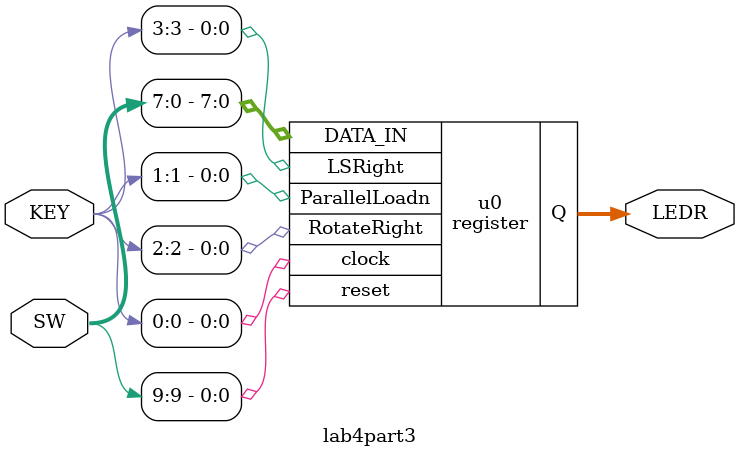
<source format=v>
`timescale 1ns / 1ns

module flipflop (input d, clock, reset, output reg q);

	always @ (posedge clock) //at positive edge of clock
	begin
	if (reset == 1'b1) //if reset is on
		q <= 0; //output is 0
	else
		q <= d; //else output is the value at input
	end
	
endmodule

module mux2to1(x, y, s, m);

    input x; //select 0
    input y; //select 1
    input s; //select signal
    output m; //output
  
assign m = (s & y) | (~s & x); //mux formula

endmodule

module subcircuit(input right, left, LoadLeft, D, loadn, clock, reset, output Q);
	wire w1, w2;
	
	mux2to1 m1(right, left, LoadLeft, w1); //second mux
	//chooses between rotating left or right

	mux2to1 m2(D, w1, loadn, w2); //first mux
	//chooses between rotating or storing the given values

	flipflop f1(w2, clock , reset, Q); //flip flop is connected to w2

endmodule

module register(input ParallelLoadn, RotateRight, LSRight, clock, reset, input [7:0] DATA_IN, output [7:0] Q);

	wire w0,w1,w2,w3,w4,w5,w6,w7; // wires to connect all the instantiations of subcircuit
	//eight instantiations of the subcircuit module which are all connected together
	//firdt circuit's left inout is multipled by the inverse of LeftRight to get the provided results

	subcircuit u7(w6, (~LSRight)*w0, RotateRight, DATA_IN[7], ParallelLoadn, clock, reset, w7);
	subcircuit u6(w5, w7, RotateRight, DATA_IN[6], ParallelLoadn, clock, reset, w6);
	subcircuit u5(w4, w6, RotateRight, DATA_IN[5], ParallelLoadn, clock, reset, w5);
	subcircuit u4(w3, w5, RotateRight, DATA_IN[4], ParallelLoadn, clock, reset, w4);
	subcircuit u3(w2, w4, RotateRight, DATA_IN[3], ParallelLoadn, clock, reset, w3);
	subcircuit u2(w1, w3, RotateRight, DATA_IN[2], ParallelLoadn, clock, reset, w2);
	subcircuit u1(w0, w2, RotateRight, DATA_IN[1], ParallelLoadn, clock, reset, w1);
	subcircuit u0(w7, w1, RotateRight, DATA_IN[0], ParallelLoadn, clock, reset, w0);
	assign Q[0] = w0; //all wires are assigned to the corresponding output
	assign Q[1] = w1;
	assign Q[2] = w2;
	assign Q[3] = w3;
	assign Q[4] = w4;
	assign Q[5] = w5;
	assign Q[6] = w6;
	assign Q[7] = w7;
	
endmodule

module lab4part3(SW, KEY, LEDR); //top level module

	input [9:0] SW;
	input [3:0] KEY;
	output [7:0] LEDR;
	register u0(KEY[1], KEY[2], KEY[3], KEY[0], SW[9], SW[7:0], LEDR[7:0]);

endmodule

</source>
